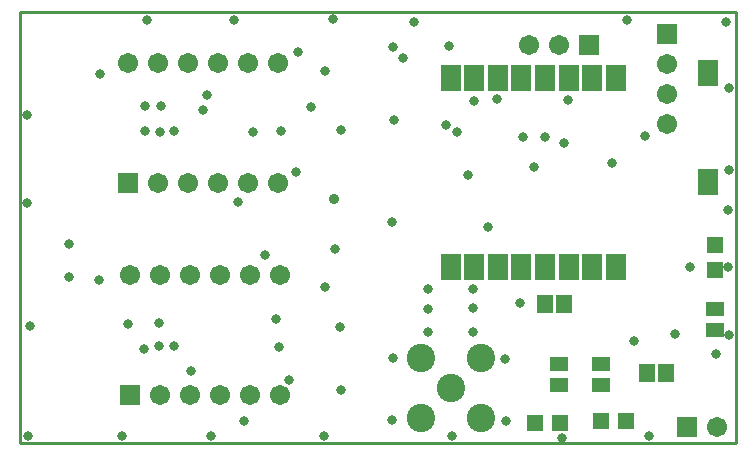
<source format=gts>
%FSLAX44Y44*%
%MOMM*%
G71*
G01*
G75*
G04 Layer_Color=8388736*
%ADD10R,1.2500X1.4000*%
%ADD11R,1.6000X2.1000*%
%ADD12R,1.3500X1.0000*%
%ADD13R,1.2000X1.2000*%
%ADD14R,1.2000X1.2000*%
%ADD15R,1.5000X2.0000*%
%ADD16C,0.2500*%
%ADD17C,0.5000*%
%ADD18C,0.3000*%
%ADD19C,1.0000*%
%ADD20C,1.5000*%
%ADD21C,0.2540*%
%ADD22R,1.5000X1.5000*%
%ADD23C,1.5000*%
%ADD24R,1.5000X1.5000*%
%ADD25C,2.2000*%
%ADD26C,0.6000*%
%ADD27C,0.7000*%
%ADD28R,1.8000X1.7000*%
%ADD29R,1.7000X1.8000*%
%ADD30R,1.4000X1.2500*%
%ADD31R,1.0000X1.3500*%
%ADD32R,1.1000X1.3000*%
%ADD33R,0.9000X2.1500*%
%ADD34R,3.2500X2.1500*%
%ADD35O,0.2500X1.2500*%
%ADD36O,1.2500X0.2500*%
%ADD37O,0.6000X1.4500*%
%ADD38R,1.4532X1.6032*%
%ADD39R,1.8032X2.3032*%
%ADD40R,1.5532X1.2032*%
%ADD41R,1.4032X1.4032*%
%ADD42R,1.4032X1.4032*%
%ADD43R,1.7032X2.2032*%
%ADD44R,1.7032X1.7032*%
%ADD45C,1.7032*%
%ADD46R,1.7032X1.7032*%
%ADD47C,2.4032*%
%ADD48C,0.8032*%
%ADD49C,0.9032*%
D21*
X607000Y0D02*
Y364550D01*
X0Y0D02*
X607000D01*
X0D02*
Y363800D01*
X50Y364550D02*
X607000D01*
D38*
X531560Y59250D02*
D03*
X547560D02*
D03*
X445000Y117000D02*
D03*
X461000D02*
D03*
D39*
X583000Y221000D02*
D03*
Y313000D02*
D03*
D40*
X457000Y49000D02*
D03*
Y67000D02*
D03*
X492000Y49000D02*
D03*
Y67000D02*
D03*
X589000Y95000D02*
D03*
Y113000D02*
D03*
D41*
X457500Y17000D02*
D03*
X436500D02*
D03*
X492500Y18000D02*
D03*
X513500D02*
D03*
D42*
X589000Y146500D02*
D03*
Y167500D02*
D03*
D43*
X465000Y309000D02*
D03*
Y149000D02*
D03*
X485000Y309000D02*
D03*
Y149000D02*
D03*
X505000Y309000D02*
D03*
Y149000D02*
D03*
X445000D02*
D03*
Y309000D02*
D03*
X425000Y149000D02*
D03*
Y309000D02*
D03*
X405000Y149000D02*
D03*
Y309000D02*
D03*
X385000Y149000D02*
D03*
Y309000D02*
D03*
X365000D02*
D03*
Y149000D02*
D03*
D44*
X482000Y337000D02*
D03*
X565000Y13000D02*
D03*
X93170Y40620D02*
D03*
X91900Y219690D02*
D03*
D45*
X456600Y337000D02*
D03*
X431200D02*
D03*
X548000Y269800D02*
D03*
Y295200D02*
D03*
Y320600D02*
D03*
X590400Y13000D02*
D03*
X220170Y142120D02*
D03*
X194770D02*
D03*
X169370D02*
D03*
X143970D02*
D03*
X118570D02*
D03*
X93170D02*
D03*
X220170Y40620D02*
D03*
X194770D02*
D03*
X169370D02*
D03*
X143970D02*
D03*
X118570D02*
D03*
X218900Y321190D02*
D03*
X193500D02*
D03*
X168100D02*
D03*
X142700D02*
D03*
X117300D02*
D03*
X91900D02*
D03*
X218900Y219690D02*
D03*
X193500D02*
D03*
X168100D02*
D03*
X142700D02*
D03*
X117300D02*
D03*
D46*
X548000Y346000D02*
D03*
D47*
X365560Y46250D02*
D03*
X340160Y20850D02*
D03*
Y71650D02*
D03*
X390960D02*
D03*
Y20850D02*
D03*
D48*
X92000Y100500D02*
D03*
X155000Y282000D02*
D03*
X42110Y140390D02*
D03*
X42000Y168000D02*
D03*
X246610Y284390D02*
D03*
X197500Y263000D02*
D03*
X120000Y285000D02*
D03*
X106000D02*
D03*
X324500Y326000D02*
D03*
X568000Y149000D02*
D03*
X555000Y92000D02*
D03*
X315000Y187000D02*
D03*
X317000Y273000D02*
D03*
X364000Y336000D02*
D03*
X436000Y233000D02*
D03*
X9000Y99000D02*
D03*
X6270Y203270D02*
D03*
Y277270D02*
D03*
X107730Y357730D02*
D03*
X181730D02*
D03*
X265270Y358730D02*
D03*
X514000Y358000D02*
D03*
X600000Y197000D02*
D03*
Y149000D02*
D03*
X601000Y91000D02*
D03*
X533000Y6000D02*
D03*
X459000Y4000D02*
D03*
X366000Y6000D02*
D03*
X258000D02*
D03*
X162000D02*
D03*
X87000D02*
D03*
X7000D02*
D03*
X601000Y231000D02*
D03*
Y300000D02*
D03*
X598256Y355838D02*
D03*
X267000Y164000D02*
D03*
X145000Y61000D02*
D03*
X411000Y71000D02*
D03*
X412000Y18000D02*
D03*
X315000Y19000D02*
D03*
X316000Y72000D02*
D03*
X384000Y94000D02*
D03*
Y114000D02*
D03*
Y130000D02*
D03*
X346000Y94000D02*
D03*
Y113000D02*
D03*
Y130000D02*
D03*
X461000Y254000D02*
D03*
X464000Y290000D02*
D03*
X445000Y259000D02*
D03*
X426000D02*
D03*
X404000Y291000D02*
D03*
X385000Y289000D02*
D03*
X590000Y75000D02*
D03*
X370000Y263000D02*
D03*
X361000Y269000D02*
D03*
X380000Y227000D02*
D03*
X424000Y118000D02*
D03*
X397000Y183000D02*
D03*
X520000Y86000D02*
D03*
X502000Y237000D02*
D03*
X530000Y260000D02*
D03*
X334000Y356000D02*
D03*
X217000Y105000D02*
D03*
X118000Y101000D02*
D03*
X105000Y79000D02*
D03*
X118000Y82000D02*
D03*
X131000D02*
D03*
X207970Y159000D02*
D03*
X220000Y81000D02*
D03*
X272000Y45000D02*
D03*
X228000Y53000D02*
D03*
X190000Y18000D02*
D03*
X258770Y131770D02*
D03*
X271730Y98270D02*
D03*
X67000Y138000D02*
D03*
X67950Y311950D02*
D03*
X236000Y331000D02*
D03*
X259000Y315000D02*
D03*
X106000Y264000D02*
D03*
X119000Y263000D02*
D03*
X131000Y264000D02*
D03*
X185000Y204000D02*
D03*
X234000Y229000D02*
D03*
X159000Y294000D02*
D03*
X221000Y264000D02*
D03*
X272000Y265000D02*
D03*
X316000Y335000D02*
D03*
D49*
X266000Y206000D02*
D03*
M02*

</source>
